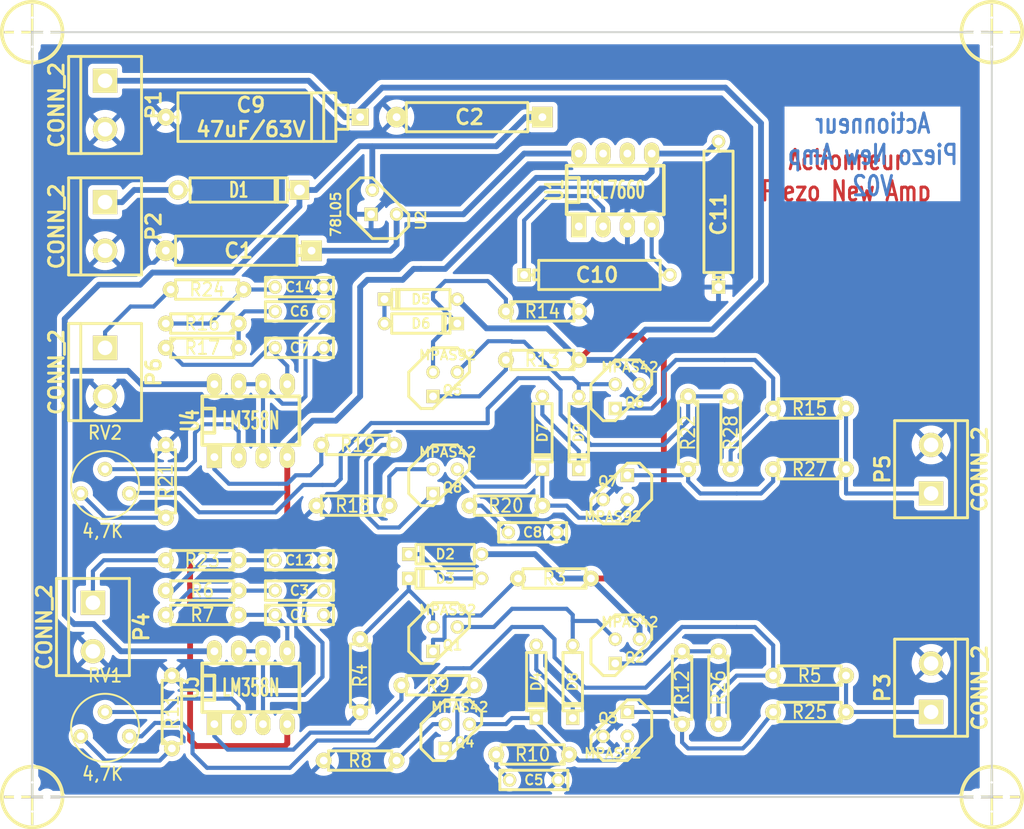
<source format=kicad_pcb>
(kicad_pcb (version 20221018) (generator pcbnew)
  (title_block (title "Actionneur_piezo"))
  (layers (0 "F.Cu" power "Composant") (31 "B.Cu" signal "Cuivre") (34 "B.Paste" user) (35 "F.Paste" user) (36 "B.SilkS" user "B.Silkscreen") (37 "F.SilkS" user "F.Silkscreen") (38 "B.Mask" user) (39 "F.Mask" user) (44 "Edge.Cuts" user))
  (net 0 "")
  (net 1 "+12V")
  (net 2 "-VAA")
  (net 3 "/12Vext")
  (net 4 "/ampli_h1")
  (net 5 "/ampli_h2")
  (net 6 "/ampli_h3")
  (net 7 "/ampli_h4")
  (net 8 "/ampli_h5")
  (net 9 "/ampli_h6")
  (net 10 "/ampli_h7")
  (net 11 "/ampli_h8")
  (net 12 "GND")
  (net 13 "HT")
  (net 14 "N-000005")
  (net 15 "N-000010")
  (net 16 "N-000011")
  (net 17 "N-000012")
  (net 18 "N-000013")
  (net 19 "N-000014")
  (net 20 "N-000015")
  (net 21 "N-000016")
  (net 22 "N-000017")
  (net 23 "N-000018")
  (net 24 "N-000019")
  (net 25 "N-000020")
  (net 26 "N-000021")
  (net 27 "N-000022")
  (net 28 "N-000023")
  (net 29 "N-000024")
  (net 30 "N-000025")
  (net 31 "N-000026")
  (net 32 "N-000027")
  (net 33 "N-000032")
  (net 34 "N-000033")
  (net 35 "N-000034")
  (net 36 "N-000035")
  (net 37 "N-000036")
  (net 38 "N-000037")
  (net 39 "N-000038")
  (net 40 "N-000039")
  (net 41 "N-000040")
  (net 42 "N-000041")
  (net 43 "N-000042")
  (net 44 "N-000043")
  (net 45 "N-000044")
  (net 46 "N-000045")
  (net 47 "N-000046")
  (net 48 "N-000047")
  (net 49 "N-000048")
  (net 50 "VCC")
  (footprint "bornier2" (layer "F.Cu") (at 95.885 59.436 -90)
    (fp_text reference "P1")
    (fp_text value "CONN_2")
  )
  (footprint "bornier2" (layer "F.Cu") (at 182.245 120.396 90)
    (fp_text reference "P3")
    (fp_text value "CONN_2")
  )
  (footprint "C2" (layer "F.Cu") (at 140.589 104.14)
    (fp_text reference "C8")
    (fp_text value "820pF" hide)
  )
  (footprint "C2" (layer "F.Cu") (at 116.205 112.776)
    (fp_text reference "C4")
    (fp_text value "4,7nF" hide)
  )
  (footprint "CP6" (layer "F.Cu") (at 133.985 60.706 180)
    (fp_text reference "C2")
    (fp_text value "47uF/20V" hide)
  )
  (footprint "CP8" (layer "F.Cu") (at 112.395 60.706 180)
    (fp_text reference "C9")
    (fp_text value "47uF/63V")
  )
  (footprint "C2" (layer "F.Cu") (at 140.716 130.048)
    (fp_text reference "C5")
    (fp_text value "820pF" hide)
  )
  (footprint "C2" (layer "F.Cu") (at 116.205 110.236 180)
    (fp_text reference "C3")
    (fp_text value "15nF" hide)
  )
  (footprint "C2" (layer "F.Cu") (at 116.205 81.026 180)
    (fp_text reference "C6")
    (fp_text value "15nF" hide)
  )
  (footprint "CP6" (layer "F.Cu") (at 109.855 74.676 180)
    (fp_text reference "C1")
    (fp_text value "47uF" hide)
  )
  (footprint "C2" (layer "F.Cu") (at 116.205 84.836)
    (fp_text reference "C7")
    (fp_text value "4,7nF" hide)
  )
  (footprint "D3" (layer "F.Cu") (at 128.905 82.296)
    (fp_text reference "D6")
    (fp_text value "1N4148" hide)
  )
  (footprint "D3" (layer "F.Cu") (at 140.97 119.761 -90)
    (fp_text reference "D4")
    (fp_text value "1N4148" hide)
  )
  (footprint "D3" (layer "F.Cu") (at 131.445 108.966 180)
    (fp_text reference "D3")
    (fp_text value "1N4148" hide)
  )
  (footprint "D3" (layer "F.Cu") (at 131.445 106.426 180)
    (fp_text reference "D2")
    (fp_text value "1N4148" hide)
  )
  (footprint "D5" (layer "F.Cu") (at 109.855 68.326)
    (fp_text reference "D1")
    (fp_text value "1N4007" hide)
  )
  (footprint "D3" (layer "F.Cu") (at 141.605 93.726 -90)
    (fp_text reference "D7")
    (fp_text value "1N4148" hide)
  )
  (footprint "D3" (layer "F.Cu") (at 128.905 79.756 180)
    (fp_text reference "D5")
    (fp_text value "1N4148" hide)
  )
  (footprint "LM78LXX" (layer "F.Cu") (at 125.095 69.596 90)
    (fp_text reference "U2")
    (fp_text value "78L05")
  )
  (footprint "R3-LARGE_PADS" (layer "F.Cu") (at 156.21 120.396 -90)
    (fp_text reference "R12")
    (fp_text value "220K" hide)
  )
  (footprint "R3-LARGE_PADS" (layer "F.Cu") (at 106.045 84.836)
    (fp_text reference "R17")
    (fp_text value "22K" hide)
  )
  (footprint "R3-LARGE_PADS" (layer "F.Cu") (at 142.875 108.966 180)
    (fp_text reference "R3")
    (fp_text value "470" hide)
  )
  (footprint "R3-LARGE_PADS" (layer "F.Cu") (at 121.793 101.346 180)
    (fp_text reference "R18")
    (fp_text value "1K" hide)
  )
  (footprint "R3-LARGE_PADS" (layer "F.Cu") (at 169.545 119.126 180)
    (fp_text reference "R5")
    (fp_text value "47" hide)
  )
  (footprint "R3-LARGE_PADS" (layer "F.Cu") (at 122.555 128.016 180)
    (fp_text reference "R8")
    (fp_text value "1K" hide)
  )
  (footprint "R3-LARGE_PADS" (layer "F.Cu") (at 141.605 86.106 180)
    (fp_text reference "R13")
    (fp_text value "470" hide)
  )
  (footprint "R3-LARGE_PADS" (layer "F.Cu") (at 156.845 93.726 -90)
    (fp_text reference "R22")
    (fp_text value "220K" hide)
  )
  (footprint "R3-LARGE_PADS" (layer "F.Cu") (at 102.87 122.936 90)
    (fp_text reference "R11")
    (fp_text value "4,7K" hide)
  )
  (footprint "R3-LARGE_PADS" (layer "F.Cu") (at 106.045 110.236 180)
    (fp_text reference "R6")
    (fp_text value "22K" hide)
  )
  (footprint "R3-LARGE_PADS" (layer "F.Cu") (at 102.235 98.806 90)
    (fp_text reference "R21")
    (fp_text value "4,7K" hide)
  )
  (footprint "R3-LARGE_PADS" (layer "F.Cu") (at 106.045 82.296 180)
    (fp_text reference "R16")
    (fp_text value "22K" hide)
  )
  (footprint "R3-LARGE_PADS" (layer "F.Cu") (at 122.301 94.996 180)
    (fp_text reference "R19")
    (fp_text value "1K" hide)
  )
  (footprint "R3-LARGE_PADS" (layer "F.Cu") (at 140.589 127.381 180)
    (fp_text reference "R10")
    (fp_text value "5,6K" hide)
  )
  (footprint "R3-LARGE_PADS" (layer "F.Cu") (at 137.795 101.346 180)
    (fp_text reference "R20")
    (fp_text value "5,6K" hide)
  )
  (footprint "R3-LARGE_PADS" (layer "F.Cu") (at 122.555 119.126 -90)
    (fp_text reference "R4")
    (fp_text value "220K" hide)
  )
  (footprint "R3-LARGE_PADS" (layer "F.Cu") (at 106.045 112.776 180)
    (fp_text reference "R7")
    (fp_text value "22K" hide)
  )
  (footprint "TO92-CBE" (layer "F.Cu") (at 149.225 124.206 180)
    (fp_text reference "Q3")
    (fp_text value "MPAS92")
  )
  (footprint "TO92-CBE" (layer "F.Cu") (at 131.445 88.646)
    (fp_text reference "Q5")
    (fp_text value "MPAS92")
  )
  (footprint "TO92-CBE" (layer "F.Cu") (at 149.225 99.441 180)
    (fp_text reference "Q7")
    (fp_text value "MPAS92")
  )
  (footprint "TO92-CBE" (layer "F.Cu") (at 150.495 89.916)
    (fp_text reference "Q6")
    (fp_text value "MPAS42")
  )
  (footprint "TO92-CBE" (layer "F.Cu") (at 131.445 115.316)
    (fp_text reference "Q1")
    (fp_text value "MPAS92")
  )
  (footprint "TO92-CBE" (layer "F.Cu") (at 150.495 116.586)
    (fp_text reference "Q2")
    (fp_text value "MPAS42")
  )
  (footprint "TO92-CBE" (layer "F.Cu") (at 132.715 125.476)
    (fp_text reference "Q4")
    (fp_text value "MPAS42")
  )
  (footprint "TO92-CBE" (layer "F.Cu") (at 131.445 98.806)
    (fp_text reference "Q8")
    (fp_text value "MPAS42")
  )
  (footprint "bornier2" (layer "F.Cu") (at 95.885 72.136 -90)
    (fp_text reference "P2")
    (fp_text value "CONN_2")
  )
  (footprint "DIP-8__300_ELL" (layer "F.Cu") (at 149.225 68.326)
    (fp_text reference "U1")
    (fp_text value "ICL7660")
  )
  (footprint "DIP-8__300_ELL" (layer "F.Cu") (at 111.125 92.456)
    (fp_text reference "U4")
    (fp_text value "LM358N")
  )
  (footprint "bornier2" (layer "F.Cu") (at 94.615 114.046 -90)
    (fp_text reference "P4")
    (fp_text value "CONN_2")
  )
  (footprint "bornier2" (layer "F.Cu") (at 182.245 97.536 90)
    (fp_text reference "P5")
    (fp_text value "CONN_2")
  )
  (footprint "bornier2" (layer "F.Cu") (at 95.885 87.376 -90)
    (fp_text reference "P6")
    (fp_text value "CONN_2")
  )
  (footprint "DIP-8__300_ELL" (layer "F.Cu") (at 111.125 120.396)
    (fp_text reference "U3")
    (fp_text value "LM358N")
  )
  (footprint "R3-LARGE_PADS" (layer "F.Cu") (at 130.683 120.142 180)
    (fp_text reference "R9")
    (fp_text value "1K" hide)
  )
  (footprint "R3-LARGE_PADS" (layer "F.Cu") (at 169.545 91.186 180)
    (fp_text reference "R15")
    (fp_text value "47" hide)
  )
  (footprint "RV2" (layer "F.Cu") (at 95.885 124.206)
    (fp_text reference "RV1")
    (fp_text value "4,7K")
  )
  (footprint "RV2" (layer "F.Cu") (at 95.885 98.806)
    (fp_text reference "RV2")
    (fp_text value "4,7K")
  )
  (footprint "MIRE" (layer "F.Cu") (at 188.595 51.816)
    (fp_text reference "MIRE" hide)
    (fp_text value "*" hide)
  )
  (footprint "MIRE" (layer "F.Cu") (at 88.265 51.816)
    (fp_text reference "MIRE" hide)
    (fp_text value "*" hide)
  )
  (footprint "MIRE" (layer "F.Cu") (at 88.265 131.826)
    (fp_text reference "MIRE" hide)
    (fp_text value "*" hide)
  )
  (footprint "MIRE" (layer "F.Cu") (at 188.595 131.826)
    (fp_text reference "MIRE" hide)
    (fp_text value "*" hide)
  )
  (footprint "CP6" (layer "F.Cu") (at 147.32 77.216)
    (fp_text reference "C10")
    (fp_text value "10uF" hide)
  )
  (footprint "CP6" (layer "F.Cu") (at 160.02 70.866 90)
    (fp_text reference "C11")
    (fp_text value "10uF" hide)
  )
  (footprint "R3-LARGE_PADS" (layer "F.Cu") (at 141.605 81.026)
    (fp_text reference "R14")
    (fp_text value "220K" hide)
  )
  (footprint "C2" (layer "F.Cu") (at 116.205 78.486)
    (fp_text reference "C14")
    (fp_text value "150nF" hide)
  )
  (footprint "C2" (layer "F.Cu") (at 116.205 107.061)
    (fp_text reference "C12")
    (fp_text value "150nF" hide)
  )
  (footprint "R3-LARGE_PADS" (layer "F.Cu") (at 106.045 107.061 180)
    (fp_text reference "R23")
    (fp_text value "1K" hide)
  )
  (footprint "R3-LARGE_PADS" (layer "F.Cu") (at 106.553 78.74 180)
    (fp_text reference "R24")
    (fp_text value "1K" hide)
  )
  (footprint "D3" (layer "F.Cu") (at 145.415 93.726 -90)
    (fp_text reference "D9")
    (fp_text value "1N4148" hide)
  )
  (footprint "D3" (layer "F.Cu") (at 144.78 119.761 -90)
    (fp_text reference "D8")
    (fp_text value "1N4148" hide)
  )
  (footprint "R3-LARGE_PADS" (layer "F.Cu") (at 169.545 122.936 180)
    (fp_text reference "R25")
    (fp_text value "47" hide)
  )
  (footprint "R3-LARGE_PADS" (layer "F.Cu") (at 160.02 120.396 -90)
    (fp_text reference "R26")
    (fp_text value "220K" hide)
  )
  (footprint "R3-LARGE_PADS" (layer "F.Cu") (at 169.545 97.536 180)
    (fp_text reference "R27")
    (fp_text value "47" hide)
  )
  (footprint "R3-LARGE_PADS" (layer "F.Cu") (at 161.29 93.726 -90)
    (fp_text reference "R28")
    (fp_text value "220K" hide)
  )
  (gr_line (start 188.595 51.816) (end 188.595 131.826) (stroke (width 0.2032)) (layer "Edge.Cuts"))
  (gr_line (start 88.265 131.826) (end 88.265 51.816) (stroke (width 0.2032)) (layer "Edge.Cuts"))
  (gr_line (start 88.265 51.816) (end 188.595 51.816) (stroke (width 0.2032)) (layer "Edge.Cuts"))
  (gr_line (start 188.595 131.826) (end 88.265 131.826) (stroke (width 0.2032)) (layer "Edge.Cuts"))
  (gr_text "Actionneur\nPiezo New Amp\nV02" (at 173.355 68.453) (layer "F.Cu") (effects (font (size 2.032 1.524) (thickness 0.3048))))
  (gr_text "Actionneur\nPiezo New Amp\nV02" (at 176.149 64.643) (layer "B.Cu") (effects (font (size 2.032 1.524) (thickness 0.3048)) (justify mirror)))
  (segment (start 116.205 68.326) (end 116.205 70.03542) (width 0.6096) (layer "B.Cu") (net 1))
  (segment (start 116.205 70.03542) (end 109.27842 76.962) (width 0.6096) (layer "B.Cu") (net 1))
  (segment (start 91.6686 87.249) (end 98.298 87.249) (width 0.6096) (layer "B.Cu") (net 1))
  (segment (start 122.4915 63.74892) (end 123.825 63.74892) (width 0.6096) (layer "B.Cu") (net 1))
  (segment (start 91.6686 85.4837) (end 91.6686 81.8134) (width 0.6096) (layer "B.Cu") (net 1))
  (segment (start 107.315 116.586) (end 97.54108 116.586) (width 0.6096) (layer "B.Cu") (net 1))
  (segment (start 100.838 76.962) (end 109.27842 76.962) (width 0.6096) (layer "B.Cu") (net 1))
  (segment (start 99.568 78.232) (end 100.838 76.962) (width 0.6096) (layer "B.Cu") (net 1))
  (segment (start 91.6686 112.75314) (end 91.6686 87.249) (width 0.6096) (layer "B.Cu") (net 1))
  (segment (start 99.695 88.646) (end 107.315 88.646) (width 0.6096) (layer "B.Cu") (net 1))
  (segment (start 136.78916 63.74892) (end 139.83208 60.706) (width 0.6096) (layer "B.Cu") (net 1))
  (segment (start 117.91442 68.326) (end 122.4915 63.74892) (width 0.6096) (layer "B.Cu") (net 1))
  (segment (start 123.825 63.74892) (end 136.78916 63.74892) (width 0.6096) (layer "B.Cu") (net 1))
  (segment (start 94.68866 113.73358) (end 92.64904 113.73358) (width 0.6096) (layer "B.Cu") (net 1))
  (segment (start 97.54108 116.586) (end 94.68866 113.73358) (width 0.6096) (layer "B.Cu") (net 1))
  (segment (start 92.64904 113.73358) (end 91.6686 112.75314) (width 0.6096) (layer "B.Cu") (net 1))
  (segment (start 91.6686 87.249) (end 91.6686 85.4837) (width 0.6096) (layer "B.Cu") (net 1))
  (segment (start 123.825 68.326) (end 123.825 63.74892) (width 0.6096) (layer "B.Cu") (net 1))
  (segment (start 141.605 60.706) (end 139.83208 60.706) (width 0.6096) (layer "B.Cu") (net 1))
  (segment (start 116.205 68.326) (end 117.91442 68.326) (width 0.6096) (layer "B.Cu") (net 1))
  (segment (start 98.298 87.249) (end 99.695 88.646) (width 0.6096) (layer "B.Cu") (net 1))
  (segment (start 91.6686 81.8134) (end 95.25 78.232) (width 0.6096) (layer "B.Cu") (net 1))
  (segment (start 95.25 78.232) (end 99.568 78.232) (width 0.6096) (layer "B.Cu") (net 1))
  (segment (start 107.061 104.521) (end 104.775 106.807) (width 0.6096) (layer "F.Cu") (net 2))
  (segment (start 105.41 126.492) (end 104.775 125.857) (width 0.6096) (layer "F.Cu") (net 2))
  (segment (start 104.775 109.601) (end 104.775 125.857) (width 0.6096) (layer "F.Cu") (net 2))
  (segment (start 113.411 126.492) (end 105.41 126.492) (width 0.6096) (layer "F.Cu") (net 2))
  (segment (start 114.935 96.266) (end 114.935 102.108) (width 0.6096) (layer "F.Cu") (net 2))
  (segment (start 114.935 126.238) (end 114.935 124.206) (width 0.6096) (layer "F.Cu") (net 2))
  (segment (start 112.776 104.521) (end 107.061 104.521) (width 0.6096) (layer "F.Cu") (net 2))
  (segment (start 113.411 126.492) (end 114.681 126.492) (width 0.6096) (layer "F.Cu") (net 2))
  (segment (start 114.935 102.108) (end 114.935 102.362) (width 0.6096) (layer "F.Cu") (net 2))
  (segment (start 104.775 106.807) (end 104.775 109.601) (width 0.6096) (layer "F.Cu") (net 2))
  (segment (start 114.681 126.492) (end 114.935 126.238) (width 0.6096) (layer "F.Cu") (net 2))
  (segment (start 114.935 102.362) (end 112.776 104.521) (width 0.6096) (layer "F.Cu") (net 2))
  (segment (start 127 77.724) (end 123.317 77.724) (width 0.6096) (layer "B.Cu") (net 2))
  (segment (start 123.317 77.724) (end 122.555 78.486) (width 0.6096) (layer "B.Cu") (net 2))
  (segment (start 153.035 66.421) (end 153.035 64.516) (width 0.6096) (layer "B.Cu") (net 2))
  (segment (start 153.035 64.516) (end 158.75 64.516) (width 0.6096) (layer "B.Cu") (net 2))
  (segment (start 114.935 95.123) (end 117.602 92.456) (width 0.6096) (layer "B.Cu") (net 2))
  (segment (start 128.905 76.581) (end 128.143 76.581) (width 0.6096) (layer "B.Cu") (net 2))
  (segment (start 158.75 64.516) (end 160.02 63.246) (width 0.6096) (layer "B.Cu") (net 2))
  (segment (start 152.4 67.056) (end 153.035 66.421) (width 0.6096) (layer "B.Cu") (net 2))
  (segment (start 117.602 92.456) (end 120.015 92.456) (width 0.6096) (layer "B.Cu") (net 2))
  (segment (start 122.555 89.916) (end 122.555 78.486) (width 0.6096) (layer "B.Cu") (net 2))
  (segment (start 131.445 76.581) (end 140.97 67.056) (width 0.6096) (layer "B.Cu") (net 2))
  (segment (start 114.935 96.266) (end 114.935 95.123) (width 0.6096) (layer "B.Cu") (net 2))
  (segment (start 128.905 76.581) (end 131.445 76.581) (width 0.6096) (layer "B.Cu") (net 2))
  (segment (start 140.97 67.056) (end 152.4 67.056) (width 0.6096) (layer "B.Cu") (net 2))
  (segment (start 128.143 76.581) (end 127 77.724) (width 0.6096) (layer "B.Cu") (net 2))
  (segment (start 120.015 92.456) (end 122.555 89.916) (width 0.6096) (layer "B.Cu") (net 2))
  (segment (start 98.92792 68.326) (end 97.65792 69.596) (width 0.6096) (layer "B.Cu") (net 3))
  (segment (start 103.505 68.326) (end 98.92792 68.326) (width 0.6096) (layer "B.Cu") (net 3))
  (segment (start 95.885 69.596) (end 97.65792 69.596) (width 0.6096) (layer "B.Cu") (net 3))
  (segment (start 112.395 116.586) (end 109.855 116.586) (width 0.4318) (layer "B.Cu") (net 4))
  (segment (start 116.713 113.792) (end 118.618 115.697) (width 0.4318) (layer "B.Cu") (net 4))
  (segment (start 117.983 110.236) (end 116.713 111.506) (width 0.4318) (layer "B.Cu") (net 4))
  (segment (start 118.745 110.236) (end 117.983 110.236) (width 0.4318) (layer "B.Cu") (net 4))
  (segment (start 118.618 119.253) (end 116.713 121.158) (width 0.4318) (layer "B.Cu") (net 4))
  (segment (start 116.713 112.522) (end 116.713 113.792) (width 0.4318) (layer "B.Cu") (net 4))
  (segment (start 116.713 121.158) (end 112.395 121.158) (width 0.4318) (layer "B.Cu") (net 4))
  (segment (start 116.713 111.506) (end 116.713 112.522) (width 0.4318) (layer "B.Cu") (net 4))
  (segment (start 112.395 124.206) (end 112.395 121.158) (width 0.4318) (layer "B.Cu") (net 4))
  (segment (start 112.395 121.158) (end 112.395 116.586) (width 0.4318) (layer "B.Cu") (net 4))
  (segment (start 118.618 115.697) (end 118.618 119.253) (width 0.4318) (layer "B.Cu") (net 4))
  (segment (start 118.745 81.661) (end 116.84 83.566) (width 0.4318) (layer "B.Cu") (net 5))
  (segment (start 116.078 90.678) (end 114.427 90.678) (width 0.4318) (layer "B.Cu") (net 5))
  (segment (start 112.395 88.646) (end 112.395 96.266) (width 0.4318) (layer "B.Cu") (net 5))
  (segment (start 109.855 88.646) (end 112.395 88.646) (width 0.4318) (layer "B.Cu") (net 5))
  (segment (start 118.745 81.026) (end 118.745 81.661) (width 0.4318) (layer "B.Cu") (net 5))
  (segment (start 114.427 90.678) (end 112.395 88.646) (width 0.4318) (layer "B.Cu") (net 5))
  (segment (start 116.84 83.566) (end 116.84 89.916) (width 0.4318) (layer "B.Cu") (net 5))
  (segment (start 116.84 89.916) (end 116.078 90.678) (width 0.4318) (layer "B.Cu") (net 5))
  (segment (start 173.355 122.936) (end 173.355 119.126) (width 0.4318) (layer "B.Cu") (net 6))
  (segment (start 173.355 122.936) (end 182.245 122.936) (width 0.4318) (layer "B.Cu") (net 6))
  (segment (start 95.758 107.061) (end 102.235 107.061) (width 0.4318) (layer "B.Cu") (net 7))
  (segment (start 94.615 108.204) (end 95.758 107.061) (width 0.4318) (layer "B.Cu") (net 7))
  (segment (start 94.615 111.506) (end 94.615 108.204) (width 0.4318) (layer "B.Cu") (net 7))
  (segment (start 173.355 97.536) (end 173.355 91.186) (width 0.4318) (layer "B.Cu") (net 8))
  (segment (start 173.355 97.536) (end 173.355 100.076) (width 0.4318) (layer "B.Cu") (net 8))
  (segment (start 173.355 100.076) (end 182.245 100.076) (width 0.4318) (layer "B.Cu") (net 8))
  (segment (start 100.965 80.518) (end 102.743 78.74) (width 0.4318) (layer "B.Cu") (net 9))
  (segment (start 95.885 84.836) (end 95.885 83.185) (width 0.4318) (layer "B.Cu") (net 9))
  (segment (start 98.552 80.518) (end 100.965 80.518) (width 0.4318) (layer "B.Cu") (net 9))
  (segment (start 95.885 83.185) (end 98.552 80.518) (width 0.4318) (layer "B.Cu") (net 9))
  (segment (start 99.695 125.476) (end 101.092 124.079) (width 0.4318) (layer "B.Cu") (net 10))
  (segment (start 117.221 126.746) (end 115.189 128.778) (width 0.4318) (layer "B.Cu") (net 10))
  (segment (start 103.886 124.079) (end 105.029 125.222) (width 0.4318) (layer "B.Cu") (net 10))
  (segment (start 142.875 117.221) (end 146.05 120.396) (width 0.4318) (layer "B.Cu") (net 10))
  (segment (start 141.605 114.046) (end 142.875 115.316) (width 0.4318) (layer "B.Cu") (net 10))
  (segment (start 101.092 124.079) (end 103.886 124.079) (width 0.4318) (layer "B.Cu") (net 10))
  (segment (start 152.4 120.396) (end 146.05 120.396) (width 0.4318) (layer "B.Cu") (net 10))
  (segment (start 133.35 118.364) (end 134.112 118.364) (width 0.4318) (layer "B.Cu") (net 10))
  (segment (start 160.02 116.586) (end 156.21 116.586) (width 0.4318) (layer "B.Cu") (net 10))
  (segment (start 105.029 125.222) (end 105.029 127.254) (width 0.4318) (layer "B.Cu") (net 10))
  (segment (start 124.0155 125.9205) (end 118.0465 125.9205) (width 0.4318) (layer "B.Cu") (net 10))
  (segment (start 152.4 120.396) (end 156.21 116.586) (width 0.4318) (layer "B.Cu") (net 10))
  (segment (start 124.0155 125.9205) (end 131.572 118.364) (width 0.4318) (layer "B.Cu") (net 10))
  (segment (start 131.572 118.364) (end 133.35 118.364) (width 0.4318) (layer "B.Cu") (net 10))
  (segment (start 134.112 118.364) (end 138.43 114.046) (width 0.4318) (layer "B.Cu") (net 10))
  (segment (start 115.189 128.778) (end 106.553 128.778) (width 0.4318) (layer "B.Cu") (net 10))
  (segment (start 142.875 115.316) (end 142.875 117.221) (width 0.4318) (layer "B.Cu") (net 10))
  (segment (start 118.0465 125.9205) (end 117.221 126.746) (width 0.4318) (layer "B.Cu") (net 10))
  (segment (start 98.425 125.476) (end 99.695 125.476) (width 0.4318) (layer "B.Cu") (net 10))
  (segment (start 138.43 114.046) (end 141.605 114.046) (width 0.4318) (layer "B.Cu") (net 10))
  (segment (start 106.553 128.778) (end 105.029 127.254) (width 0.4318) (layer "B.Cu") (net 10))
  (segment (start 135.89 92.71) (end 123.698 92.71) (width 0.4318) (layer "B.Cu") (net 11))
  (segment (start 105.7275 102.0445) (end 103.69804 100.01504) (width 0.4318) (layer "B.Cu") (net 11))
  (segment (start 143.51 89.281) (end 143.51 91.821) (width 0.4318) (layer "B.Cu") (net 11))
  (segment (start 105.7275 102.0445) (end 113.7285 102.0445) (width 0.4318) (layer "B.Cu") (net 11))
  (segment (start 118.618 99.187) (end 119.888 99.187) (width 0.4318) (layer "B.Cu") (net 11))
  (segment (start 135.89 92.71) (end 135.89 91.186) (width 0.4318) (layer "B.Cu") (net 11))
  (segment (start 156.845 89.916) (end 161.29 89.916) (width 0.4318) (layer "B.Cu") (net 11))
  (segment (start 118.618 99.187) (end 116.586 99.187) (width 0.4318) (layer "B.Cu") (net 11))
  (segment (start 142.24 88.011) (end 143.51 89.281) (width 0.4318) (layer "B.Cu") (net 11))
  (segment (start 139.065 88.011) (end 142.24 88.011) (width 0.4318) (layer "B.Cu") (net 11))
  (segment (start 119.888 99.187) (end 120.523 98.552) (width 0.4318) (layer "B.Cu") (net 11))
  (segment (start 154.305 94.996) (end 146.685 94.996) (width 0.4318) (layer "B.Cu") (net 11))
  (segment (start 116.586 99.187) (end 116.078 99.695) (width 0.4318) (layer "B.Cu") (net 11))
  (segment (start 156.845 89.916) (end 156.845 92.456) (width 0.4318) (layer "B.Cu") (net 11))
  (segment (start 156.845 92.456) (end 154.305 94.996) (width 0.4318) (layer "B.Cu") (net 11))
  (segment (start 143.51 91.821) (end 146.685 94.996) (width 0.4318) (layer "B.Cu") (net 11))
  (segment (start 113.7285 102.0445) (end 116.078 99.695) (width 0.4318) (layer "B.Cu") (net 11))
  (segment (start 98.48596 100.01504) (end 103.69804 100.01504) (width 0.4318) (layer "B.Cu") (net 11))
  (segment (start 120.523 95.885) (end 120.523 98.552) (width 0.4318) (layer "B.Cu") (net 11))
  (segment (start 123.698 92.71) (end 120.523 95.885) (width 0.4318) (layer "B.Cu") (net 11))
  (segment (start 98.425 100.076) (end 98.48596 100.01504) (width 0.4318) (layer "B.Cu") (net 11))
  (segment (start 135.89 91.186) (end 139.065 88.011) (width 0.4318) (layer "B.Cu") (net 11))
  (segment (start 151.765 68.961) (end 156.21 68.961) (width 0.6096) (layer "B.Cu") (net 12))
  (segment (start 123.698 70.866) (end 123.825 70.866) (width 0.6096) (layer "B.Cu") (net 12))
  (segment (start 150.495 72.136) (end 150.495 70.231) (width 0.6096) (layer "B.Cu") (net 12))
  (segment (start 156.21 68.961) (end 160.02 72.771) (width 0.6096) (layer "B.Cu") (net 12))
  (segment (start 160.02 72.771) (end 160.02 78.486) (width 0.6096) (layer "B.Cu") (net 12))
  (segment (start 123.825 70.866) (end 125.73 68.961) (width 0.6096) (layer "B.Cu") (net 12))
  (segment (start 150.495 70.231) (end 151.765 68.961) (width 0.6096) (layer "B.Cu") (net 12))
  (segment (start 145.415 86.106) (end 147.955 83.566) (width 0.6096) (layer "F.Cu") (net 13))
  (segment (start 154.305 106.426) (end 151.765 108.966) (width 0.6096) (layer "F.Cu") (net 13))
  (segment (start 154.305 86.106) (end 154.305 106.426) (width 0.6096) (layer "F.Cu") (net 13))
  (segment (start 147.955 83.566) (end 151.765 83.566) (width 0.6096) (layer "F.Cu") (net 13))
  (segment (start 151.765 108.966) (end 146.685 108.966) (width 0.6096) (layer "F.Cu") (net 13))
  (segment (start 151.765 83.566) (end 154.305 86.106) (width 0.6096) (layer "F.Cu") (net 13))
  (segment (start 132.715 79.756) (end 135.76046 82.80146) (width 0.6096) (layer "B.Cu") (net 13))
  (segment (start 149.225 86.106) (end 145.415 86.106) (width 0.6096) (layer "B.Cu") (net 13))
  (segment (start 121.76506 60.706) (end 120.97258 60.706) (width 0.6096) (layer "B.Cu") (net 13))
  (segment (start 122.555 60.706) (end 121.76506 60.706) (width 0.6096) (layer "B.Cu") (net 13))
  (segment (start 142.11046 82.80146) (end 145.415 86.106) (width 0.6096) (layer "B.Cu") (net 13))
  (segment (start 151.765 88.646) (end 149.225 86.106) (width 0.6096) (layer "B.Cu") (net 13))
  (segment (start 164.465 61.341) (end 164.465 77.851) (width 0.6096) (layer "B.Cu") (net 13))
  (segment (start 140.843 106.426) (end 143.383 108.966) (width 0.6096) (layer "B.Cu") (net 13))
  (segment (start 151.765 115.316) (end 151.765 114.04854) (width 0.6096) (layer "B.Cu") (net 13))
  (segment (start 146.685 108.966) (end 150.93696 113.21542) (width 0.6096) (layer "B.Cu") (net 13))
  (segment (start 124.8537 57.61736) (end 160.74136 57.61736) (width 0.6096) (layer "B.Cu") (net 13))
  (segment (start 120.97258 60.706) (end 117.16258 56.896) (width 0.6096) (layer "B.Cu") (net 13))
  (segment (start 135.255 106.426) (end 140.716 106.426) (width 0.6096) (layer "B.Cu") (net 13))
  (segment (start 117.16258 56.896) (end 95.885 56.896) (width 0.6096) (layer "B.Cu") (net 13))
  (segment (start 140.716 106.426) (end 140.843 106.426) (width 0.6096) (layer "B.Cu") (net 13))
  (segment (start 121.76506 60.706) (end 124.8537 57.61736) (width 0.6096) (layer "B.Cu") (net 13))
  (segment (start 135.76046 82.80146) (end 142.11046 82.80146) (width 0.6096) (layer "B.Cu") (net 13))
  (segment (start 164.465 77.851) (end 159.385 82.931) (width 0.6096) (layer "B.Cu") (net 13))
  (segment (start 152.4 82.931) (end 149.225 86.106) (width 0.6096) (layer "B.Cu") (net 13))
  (segment (start 151.765 114.04854) (end 150.93696 113.21542) (width 0.6096) (layer "B.Cu") (net 13))
  (segment (start 160.74136 57.61736) (end 164.465 61.341) (width 0.6096) (layer "B.Cu") (net 13))
  (segment (start 143.383 108.966) (end 146.685 108.966) (width 0.6096) (layer "B.Cu") (net 13))
  (segment (start 159.385 82.931) (end 152.4 82.931) (width 0.6096) (layer "B.Cu") (net 13))
  (segment (start 153.035 75.311) (end 154.94 77.216) (width 0.4318) (layer "B.Cu") (net 14))
  (segment (start 153.035 72.136) (end 153.035 75.311) (width 0.4318) (layer "B.Cu") (net 14))
  (segment (start 139.7 71.501) (end 142.24 68.961) (width 0.4318) (layer "B.Cu") (net 15))
  (segment (start 146.685 68.961) (end 147.955 70.231) (width 0.4318) (layer "B.Cu") (net 15))
  (segment (start 142.24 68.961) (end 146.685 68.961) (width 0.4318) (layer "B.Cu") (net 15))
  (segment (start 147.955 70.231) (end 147.955 72.136) (width 0.4318) (layer "B.Cu") (net 15))
  (segment (start 139.7 77.216) (end 139.7 71.501) (width 0.4318) (layer "B.Cu") (net 15))
  (segment (start 132.715 125.476) (end 131.445 126.746) (width 0.4318) (layer "B.Cu") (net 16))
  (segment (start 132.715 121.539) (end 132.715 125.476) (width 0.4318) (layer "B.Cu") (net 16))
  (segment (start 134.493 120.142) (end 134.112 120.142) (width 0.4318) (layer "B.Cu") (net 16))
  (segment (start 134.112 120.142) (end 132.715 121.539) (width 0.4318) (layer "B.Cu") (net 16))
  (segment (start 135.255 108.966) (end 131.37642 108.966) (width 0.4318) (layer "B.Cu") (net 17))
  (segment (start 131.37642 108.966) (end 128.83642 106.426) (width 0.4318) (layer "B.Cu") (net 17))
  (segment (start 127.635 106.426) (end 128.83642 106.426) (width 0.4318) (layer "B.Cu") (net 17))
  (segment (start 113.665 110.236) (end 109.855 110.236) (width 0.4318) (layer "B.Cu") (net 18))
  (segment (start 104.775 110.236) (end 109.855 110.236) (width 0.4318) (layer "B.Cu") (net 18))
  (segment (start 102.235 112.776) (end 104.775 110.236) (width 0.4318) (layer "B.Cu") (net 18))
  (segment (start 106.172 107.061) (end 109.855 107.061) (width 0.4318) (layer "B.Cu") (net 19))
  (segment (start 109.855 107.061) (end 113.665 107.061) (width 0.4318) (layer "B.Cu") (net 19))
  (segment (start 102.997 110.236) (end 106.172 107.061) (width 0.4318) (layer "B.Cu") (net 19))
  (segment (start 102.235 110.236) (end 102.997 110.236) (width 0.4318) (layer "B.Cu") (net 19))
  (segment (start 136.779 127.381) (end 136.779 128.651) (width 0.4318) (layer "B.Cu") (net 20))
  (segment (start 136.779 128.651) (end 138.176 130.048) (width 0.4318) (layer "B.Cu") (net 20))
  (segment (start 161.925 114.046) (end 156.21 114.046) (width 0.4318) (layer "B.Cu") (net 21))
  (segment (start 163.83 114.046) (end 161.925 114.046) (width 0.4318) (layer "B.Cu") (net 21))
  (segment (start 160.02 121.031) (end 161.925 119.126) (width 0.4318) (layer "B.Cu") (net 21))
  (segment (start 161.925 119.126) (end 165.735 119.126) (width 0.4318) (layer "B.Cu") (net 21))
  (segment (start 152.4 117.856) (end 149.225 117.856) (width 0.4318) (layer "B.Cu") (net 21))
  (segment (start 165.735 119.126) (end 165.735 115.951) (width 0.4318) (layer "B.Cu") (net 21))
  (segment (start 156.21 114.046) (end 152.4 117.856) (width 0.4318) (layer "B.Cu") (net 21))
  (segment (start 160.02 124.206) (end 160.02 121.031) (width 0.4318) (layer "B.Cu") (net 21))
  (segment (start 165.735 115.951) (end 163.83 114.046) (width 0.4318) (layer "B.Cu") (net 21))
  (segment (start 154.94 122.936) (end 156.21 124.206) (width 0.4318) (layer "B.Cu") (net 22))
  (segment (start 163.195 126.111) (end 165.735 122.936) (width 0.4318) (layer "B.Cu") (net 22))
  (segment (start 150.495 122.936) (end 154.94 122.936) (width 0.4318) (layer "B.Cu") (net 22))
  (segment (start 156.845 126.746) (end 162.56 126.746) (width 0.4318) (layer "B.Cu") (net 22))
  (segment (start 156.21 124.206) (end 156.21 126.111) (width 0.4318) (layer "B.Cu") (net 22))
  (segment (start 162.56 126.746) (end 163.195 126.111) (width 0.4318) (layer "B.Cu") (net 22))
  (segment (start 156.21 126.111) (end 156.845 126.746) (width 0.4318) (layer "B.Cu") (net 22))
  (segment (start 102.87 126.746) (end 101.6 128.016) (width 0.4318) (layer "B.Cu") (net 23))
  (segment (start 95.885 128.016) (end 101.6 128.016) (width 0.4318) (layer "B.Cu") (net 23))
  (segment (start 93.345 125.476) (end 95.885 128.016) (width 0.4318) (layer "B.Cu") (net 23))
  (segment (start 127.635 108.966) (end 127.635 110.16742) (width 0.4318) (layer "B.Cu") (net 24))
  (segment (start 130.175 112.70742) (end 130.175 114.046) (width 0.4318) (layer "B.Cu") (net 24))
  (segment (start 122.555 115.316) (end 122.555 115.24742) (width 0.4318) (layer "B.Cu") (net 24))
  (segment (start 122.555 115.24742) (end 127.635 110.16742) (width 0.4318) (layer "B.Cu") (net 24))
  (segment (start 127.635 110.16742) (end 130.175 112.70742) (width 0.4318) (layer "B.Cu") (net 24))
  (segment (start 126.365 128.016) (end 130.175 124.206) (width 0.4318) (layer "B.Cu") (net 25))
  (segment (start 130.175 124.206) (end 131.445 124.206) (width 0.4318) (layer "B.Cu") (net 25))
  (segment (start 116.5225 125.9205) (end 115.57 126.873) (width 0.4318) (layer "B.Cu") (net 26))
  (segment (start 117.348 125.095) (end 123.444 125.095) (width 0.4318) (layer "B.Cu") (net 26))
  (segment (start 107.315 125.476) (end 107.315 124.206) (width 0.4318) (layer "B.Cu") (net 26))
  (segment (start 115.57 126.873) (end 108.712 126.873) (width 0.4318) (layer "B.Cu") (net 26))
  (segment (start 123.444 125.095) (end 126.873 121.666) (width 0.4318) (layer "B.Cu") (net 26))
  (segment (start 116.5225 125.9205) (end 117.348 125.095) (width 0.4318) (layer "B.Cu") (net 26))
  (segment (start 108.712 126.873) (end 107.315 125.476) (width 0.4318) (layer "B.Cu") (net 26))
  (segment (start 126.873 121.666) (end 126.873 120.142) (width 0.4318) (layer "B.Cu") (net 26))
  (segment (start 109.855 122.301) (end 109.855 124.206) (width 0.4318) (layer "B.Cu") (net 27))
  (segment (start 95.885 122.936) (end 102.108 122.936) (width 0.4318) (layer "B.Cu") (net 27))
  (segment (start 102.108 122.936) (end 103.505 121.539) (width 0.4318) (layer "B.Cu") (net 27))
  (segment (start 109.093 121.539) (end 109.855 122.301) (width 0.4318) (layer "B.Cu") (net 27))
  (segment (start 103.505 121.539) (end 109.093 121.539) (width 0.4318) (layer "B.Cu") (net 27))
  (segment (start 140.97 115.951) (end 140.97 118.491) (width 0.4318) (layer "B.Cu") (net 28))
  (segment (start 140.97 118.491) (end 144.78 122.301) (width 0.4318) (layer "B.Cu") (net 28))
  (segment (start 144.78 122.301) (end 144.78 123.571) (width 0.4318) (layer "B.Cu") (net 28))
  (segment (start 109.855 112.776) (end 113.665 112.776) (width 0.4318) (layer "B.Cu") (net 29))
  (segment (start 113.665 112.776) (end 114.935 114.046) (width 0.4318) (layer "B.Cu") (net 29))
  (segment (start 114.935 114.046) (end 114.935 116.586) (width 0.4318) (layer "B.Cu") (net 29))
  (segment (start 145.415 128.016) (end 149.225 128.016) (width 0.4318) (layer "B.Cu") (net 30))
  (segment (start 138.43 123.571) (end 140.97 123.571) (width 0.4318) (layer "B.Cu") (net 30))
  (segment (start 144.78 127.381) (end 145.415 128.016) (width 0.4318) (layer "B.Cu") (net 30))
  (segment (start 144.399 127.381) (end 144.78 127.381) (width 0.4318) (layer "B.Cu") (net 30))
  (segment (start 140.97 123.952) (end 144.399 127.381) (width 0.4318) (layer "B.Cu") (net 30))
  (segment (start 133.985 124.206) (end 137.795 124.206) (width 0.4318) (layer "B.Cu") (net 30))
  (segment (start 150.495 126.746) (end 150.495 125.476) (width 0.4318) (layer "B.Cu") (net 30))
  (segment (start 140.97 123.571) (end 140.97 123.952) (width 0.4318) (layer "B.Cu") (net 30))
  (segment (start 149.225 128.016) (end 150.495 126.746) (width 0.4318) (layer "B.Cu") (net 30))
  (segment (start 137.795 124.206) (end 138.43 123.571) (width 0.4318) (layer "B.Cu") (net 30))
  (segment (start 136.525 114.046) (end 132.715 114.046) (width 0.4318) (layer "B.Cu") (net 31))
  (segment (start 147.32 113.411) (end 144.78 113.411) (width 0.4318) (layer "B.Cu") (net 31))
  (segment (start 144.78 115.951) (end 144.78 113.411) (width 0.4318) (layer "B.Cu") (net 31))
  (segment (start 144.145 112.141) (end 138.43 112.141) (width 0.4318) (layer "B.Cu") (net 31))
  (segment (start 144.78 112.776) (end 144.145 112.141) (width 0.4318) (layer "B.Cu") (net 31))
  (segment (start 149.225 115.316) (end 147.32 113.411) (width 0.4318) (layer "B.Cu") (net 31))
  (segment (start 138.43 112.141) (end 136.525 114.046) (width 0.4318) (layer "B.Cu") (net 31))
  (segment (start 144.78 113.411) (end 144.78 112.776) (width 0.4318) (layer "B.Cu") (net 31))
  (segment (start 131.56692 112.84204) (end 135.18896 112.84204) (width 0.4318) (layer "B.Cu") (net 32))
  (segment (start 130.175 116.586) (end 130.175 115.38458) (width 0.4318) (layer "B.Cu") (net 32))
  (segment (start 131.2545 115.38458) (end 131.37642 115.26266) (width 0.4318) (layer "B.Cu") (net 32))
  (segment (start 130.175 115.38458) (end 131.2545 115.38458) (width 0.4318) (layer "B.Cu") (net 32))
  (segment (start 131.37642 113.03254) (end 131.56692 112.84204) (width 0.4318) (layer "B.Cu") (net 32))
  (segment (start 131.37642 115.26266) (end 131.37642 113.03254) (width 0.4318) (layer "B.Cu") (net 32))
  (segment (start 135.18896 112.84204) (end 139.065 108.966) (width 0.4318) (layer "B.Cu") (net 32))
  (segment (start 123.19 102.362) (end 124.46 103.632) (width 0.4318) (layer "B.Cu") (net 33))
  (segment (start 124.841 94.996) (end 123.19 96.647) (width 0.4318) (layer "B.Cu") (net 33))
  (segment (start 126.111 94.996) (end 124.841 94.996) (width 0.4318) (layer "B.Cu") (net 33))
  (segment (start 126.619 103.632) (end 130.175 100.076) (width 0.4318) (layer "B.Cu") (net 33))
  (segment (start 123.19 96.647) (end 123.19 102.362) (width 0.4318) (layer "B.Cu") (net 33))
  (segment (start 124.46 103.632) (end 126.619 103.632) (width 0.4318) (layer "B.Cu") (net 33))
  (segment (start 125.095 79.756) (end 125.095 82.296) (width 0.4318) (layer "B.Cu") (net 34))
  (segment (start 109.855 81.661) (end 110.49 81.026) (width 0.4318) (layer "B.Cu") (net 35))
  (segment (start 109.855 82.296) (end 109.855 81.661) (width 0.4318) (layer "B.Cu") (net 35))
  (segment (start 109.855 84.836) (end 109.855 82.296) (width 0.4318) (layer "B.Cu") (net 35))
  (segment (start 110.49 81.026) (end 113.665 81.026) (width 0.4318) (layer "B.Cu") (net 35))
  (segment (start 110.363 78.74) (end 113.411 78.74) (width 0.4318) (layer "B.Cu") (net 36))
  (segment (start 102.235 82.296) (end 106.807 82.296) (width 0.4318) (layer "B.Cu") (net 36))
  (segment (start 113.411 78.74) (end 113.665 78.486) (width 0.4318) (layer "B.Cu") (net 36))
  (segment (start 106.807 82.296) (end 110.363 78.74) (width 0.4318) (layer "B.Cu") (net 36))
  (segment (start 135.255 101.346) (end 138.049 104.14) (width 0.4318) (layer "B.Cu") (net 37))
  (segment (start 133.985 101.346) (end 135.255 101.346) (width 0.4318) (layer "B.Cu") (net 37))
  (segment (start 154.305 89.916) (end 153.035 91.186) (width 0.4318) (layer "B.Cu") (net 38))
  (segment (start 154.305 89.916) (end 154.305 87.376) (width 0.4318) (layer "B.Cu") (net 38))
  (segment (start 165.735 91.186) (end 165.735 88.011) (width 0.4318) (layer "B.Cu") (net 38))
  (segment (start 155.575 86.106) (end 160.655 86.106) (width 0.4318) (layer "B.Cu") (net 38))
  (segment (start 163.83 86.106) (end 160.655 86.106) (width 0.4318) (layer "B.Cu") (net 38))
  (segment (start 165.735 88.011) (end 163.83 86.106) (width 0.4318) (layer "B.Cu") (net 38))
  (segment (start 149.225 91.186) (end 153.035 91.186) (width 0.4318) (layer "B.Cu") (net 38))
  (segment (start 161.29 97.536) (end 161.29 95.631) (width 0.4318) (layer "B.Cu") (net 38))
  (segment (start 161.29 95.631) (end 165.735 91.186) (width 0.4318) (layer "B.Cu") (net 38))
  (segment (start 154.305 87.376) (end 155.575 86.106) (width 0.4318) (layer "B.Cu") (net 38))
  (segment (start 156.21 98.171) (end 156.845 97.536) (width 0.4318) (layer "B.Cu") (net 39))
  (segment (start 164.465 100.076) (end 161.925 100.076) (width 0.4318) (layer "B.Cu") (net 39))
  (segment (start 158.115 100.076) (end 161.925 100.076) (width 0.4318) (layer "B.Cu") (net 39))
  (segment (start 165.735 97.536) (end 165.735 98.806) (width 0.4318) (layer "B.Cu") (net 39))
  (segment (start 165.735 98.806) (end 164.465 100.076) (width 0.4318) (layer "B.Cu") (net 39))
  (segment (start 150.495 98.171) (end 156.21 98.171) (width 0.4318) (layer "B.Cu") (net 39))
  (segment (start 156.845 97.536) (end 156.845 98.806) (width 0.4318) (layer "B.Cu") (net 39))
  (segment (start 156.845 98.806) (end 158.115 100.076) (width 0.4318) (layer "B.Cu") (net 39))
  (segment (start 95.885 102.616) (end 102.235 102.616) (width 0.4318) (layer "B.Cu") (net 40))
  (segment (start 93.345 100.076) (end 95.885 102.616) (width 0.4318) (layer "B.Cu") (net 40))
  (segment (start 132.715 82.296) (end 132.08 82.296) (width 0.4318) (layer "B.Cu") (net 41))
  (segment (start 132.08 82.296) (end 130.175 84.201) (width 0.4318) (layer "B.Cu") (net 41))
  (segment (start 137.795 81.026) (end 137.795 79.756) (width 0.4318) (layer "B.Cu") (net 41))
  (segment (start 130.175 79.121) (end 130.175 79.756) (width 0.4318) (layer "B.Cu") (net 41))
  (segment (start 130.175 84.201) (end 130.175 87.376) (width 0.4318) (layer "B.Cu") (net 41))
  (segment (start 130.175 79.756) (end 132.715 82.296) (width 0.4318) (layer "B.Cu") (net 41))
  (segment (start 131.445 77.851) (end 130.175 79.121) (width 0.4318) (layer "B.Cu") (net 41))
  (segment (start 137.795 79.756) (end 135.89 77.851) (width 0.4318) (layer "B.Cu") (net 41))
  (segment (start 135.89 77.851) (end 131.445 77.851) (width 0.4318) (layer "B.Cu") (net 41))
  (segment (start 125.603 98.298) (end 125.603 101.346) (width 0.4318) (layer "B.Cu") (net 42))
  (segment (start 130.175 97.536) (end 126.365 97.536) (width 0.4318) (layer "B.Cu") (net 42))
  (segment (start 126.365 97.536) (end 125.603 98.298) (width 0.4318) (layer "B.Cu") (net 42))
  (segment (start 117.348 98.171) (end 118.491 97.028) (width 0.4318) (layer "B.Cu") (net 43))
  (segment (start 118.491 97.028) (end 118.491 94.996) (width 0.4318) (layer "B.Cu") (net 43))
  (segment (start 115.824 98.171) (end 114.935 99.06) (width 0.4318) (layer "B.Cu") (net 43))
  (segment (start 107.315 96.266) (end 107.315 97.536) (width 0.4318) (layer "B.Cu") (net 43))
  (segment (start 114.046 99.06) (end 114.935 99.06) (width 0.4318) (layer "B.Cu") (net 43))
  (segment (start 108.839 99.06) (end 114.046 99.06) (width 0.4318) (layer "B.Cu") (net 43))
  (segment (start 116.967 98.171) (end 115.824 98.171) (width 0.4318) (layer "B.Cu") (net 43))
  (segment (start 116.967 98.171) (end 117.348 98.171) (width 0.4318) (layer "B.Cu") (net 43))
  (segment (start 114.935 99.06) (end 115.824 98.171) (width 0.4318) (layer "B.Cu") (net 43))
  (segment (start 107.315 97.536) (end 108.839 99.06) (width 0.4318) (layer "B.Cu") (net 43))
  (segment (start 109.855 93.599) (end 109.855 96.266) (width 0.4318) (layer "B.Cu") (net 44))
  (segment (start 105.283 93.726) (end 106.172 92.837) (width 0.4318) (layer "B.Cu") (net 44))
  (segment (start 95.885 97.536) (end 104.394 97.536) (width 0.4318) (layer "B.Cu") (net 44))
  (segment (start 106.172 92.837) (end 109.093 92.837) (width 0.4318) (layer "B.Cu") (net 44))
  (segment (start 109.093 92.837) (end 109.855 93.599) (width 0.4318) (layer "B.Cu") (net 44))
  (segment (start 104.394 97.536) (end 105.283 96.647) (width 0.4318) (layer "B.Cu") (net 44))
  (segment (start 105.283 96.647) (end 105.283 93.726) (width 0.4318) (layer "B.Cu") (net 44))
  (segment (start 145.415 95.631) (end 145.415 97.536) (width 0.4318) (layer "B.Cu") (net 45))
  (segment (start 141.605 89.916) (end 141.605 91.821) (width 0.4318) (layer "B.Cu") (net 45))
  (segment (start 141.605 91.821) (end 145.415 95.631) (width 0.4318) (layer "B.Cu") (net 45))
  (segment (start 104.013 86.614) (end 102.235 84.836) (width 0.4318) (layer "B.Cu") (net 46))
  (segment (start 114.935 86.741) (end 114.935 88.646) (width 0.4318) (layer "B.Cu") (net 46))
  (segment (start 111.252 86.614) (end 104.013 86.614) (width 0.4318) (layer "B.Cu") (net 46))
  (segment (start 113.665 85.471) (end 114.935 86.741) (width 0.4318) (layer "B.Cu") (net 46))
  (segment (start 113.665 84.836) (end 113.03 84.836) (width 0.4318) (layer "B.Cu") (net 46))
  (segment (start 113.665 84.836) (end 113.665 85.471) (width 0.4318) (layer "B.Cu") (net 46))
  (segment (start 113.03 84.836) (end 111.252 86.614) (width 0.4318) (layer "B.Cu") (net 46))
  (segment (start 149.225 102.616) (end 145.415 102.616) (width 0.4318) (layer "B.Cu") (net 47))
  (segment (start 139.85494 99.35464) (end 134.53364 99.35464) (width 0.4318) (layer "B.Cu") (net 47))
  (segment (start 150.495 101.346) (end 149.225 102.616) (width 0.4318) (layer "B.Cu") (net 47))
  (segment (start 144.145 101.346) (end 141.605 101.346) (width 0.4318) (layer "B.Cu") (net 47))
  (segment (start 141.605 97.536) (end 141.605 101.346) (width 0.4318) (layer "B.Cu") (net 47))
  (segment (start 150.495 100.711) (end 150.495 101.346) (width 0.4318) (layer "B.Cu") (net 47))
  (segment (start 134.53364 99.35464) (end 132.715 97.536) (width 0.4318) (layer "B.Cu") (net 47))
  (segment (start 141.67358 97.536) (end 139.85494 99.35464) (width 0.4318) (layer "B.Cu") (net 47))
  (segment (start 145.415 102.616) (end 144.145 101.346) (width 0.4318) (layer "B.Cu") (net 47))
  (segment (start 141.605 97.536) (end 141.67358 97.536) (width 0.4318) (layer "B.Cu") (net 47))
  (segment (start 145.415 89.916) (end 145.415 88.646) (width 0.4318) (layer "B.Cu") (net 48))
  (segment (start 143.51 88.011) (end 139.7 84.201) (width 0.4318) (layer "B.Cu") (net 48))
  (segment (start 144.78 88.011) (end 143.51 88.011) (width 0.4318) (layer "B.Cu") (net 48))
  (segment (start 139.7 84.201) (end 138.43 84.201) (width 0.4318) (layer "B.Cu") (net 48))
  (segment (start 138.43 84.201) (end 138.37666 84.14766) (width 0.4318) (layer "B.Cu") (net 48))
  (segment (start 145.415 88.646) (end 144.78 88.011) (width 0.4318) (layer "B.Cu") (net 48))
  (segment (start 138.37666 84.14766) (end 135.94334 84.14766) (width 0.4318) (layer "B.Cu") (net 48))
  (segment (start 145.415 88.646) (end 149.225 88.646) (width 0.4318) (layer "B.Cu") (net 48))
  (segment (start 135.94334 84.14766) (end 132.715 87.376) (width 0.4318) (layer "B.Cu") (net 48))
  (segment (start 135.001 89.916) (end 137.795 87.122) (width 0.4318) (layer "B.Cu") (net 49))
  (segment (start 137.795 87.122) (end 137.795 86.106) (width 0.4318) (layer "B.Cu") (net 49))
  (segment (start 130.175 89.916) (end 135.001 89.916) (width 0.4318) (layer "B.Cu") (net 49))
  (segment (start 126.365 70.866) (end 133.35 70.866) (width 0.6096) (layer "B.Cu") (net 50))
  (segment (start 139.7 64.516) (end 145.415 64.516) (width 0.6096) (layer "B.Cu") (net 50))
  (segment (start 133.35 70.866) (end 139.7 64.516) (width 0.6096) (layer "B.Cu") (net 50))
  (segment (start 126.365 74.041) (end 126.365 70.866) (width 0.6096) (layer "B.Cu") (net 50))
  (segment (start 125.73 74.676) (end 126.365 74.041) (width 0.6096) (layer "B.Cu") (net 50))
  (segment (start 117.475 74.676) (end 125.73 74.676) (width 0.6096) (layer "B.Cu") (net 50))
  (zone (net 12) (net_name "GND") (layer "B.Cu") (connect_pads (clearance 0.508)) (min_thickness 0.254) (fill yes (thermal_gap 0.762) (thermal_bridge_width 0.508))
    (polygon (pts (xy 187.325 131.572) (xy 187.325 53.086) (xy 88.392 53.086) (xy 88.392 131.572)))
  )
)
</source>
